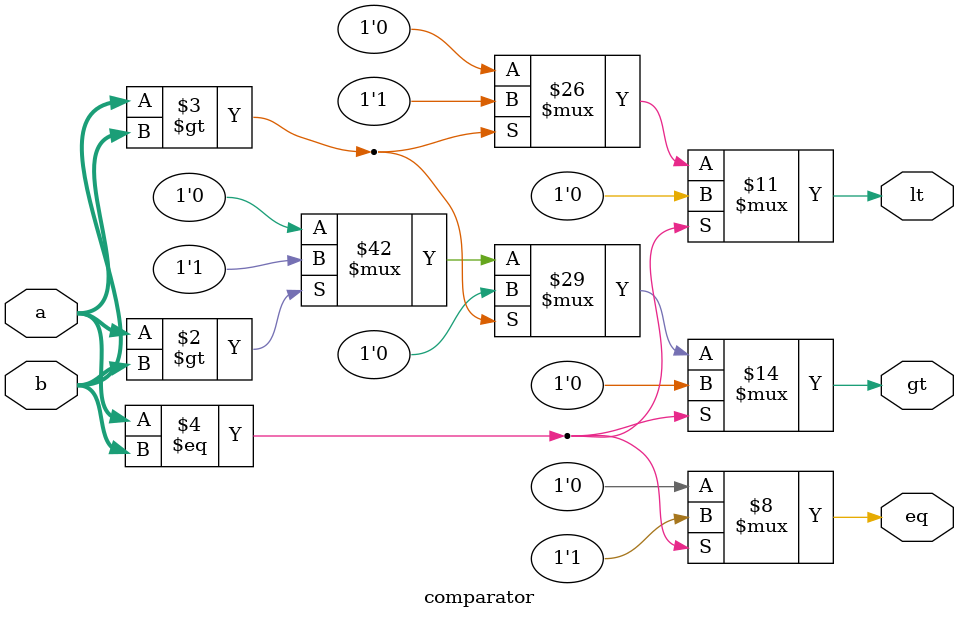
<source format=sv>



module comparator
(
	input wire [15:0] a,
	input wire [15:0] b,
	output reg gt,
	output reg lt,
	output reg eq
);

	reg gte = 1'b0;
	reg lte = 1'b0;
	

	always @ (a, b) begin: COM
			
		gt = 1'b0;
		lt = 1'b0;
		eq = 1'b0;
	
		if ((a > b)) begin
			gte = 1'b1;
			lte = 1'b0;
			gt = 1'b1;
			lt = 1'b0;
			eq = 1'b0;
		end
		
		if ((b > a)) begin
			gte = 1'b0;
			lte = 1'b1;
			gt = 1'b0;
			lt = 1'b1;
			eq = 1'b0;
		end

		if ((a == b)) begin
			gte = 1'b1;
			lte = 1'b1;
			gt = 1'b0;
			lt = 1'b0;
			eq = 1'b1;
		end

		
		
		//if (!(lte == 1'b1)) begin
		//	gt = 1'b1;
		//	lt = 1'b0;
		//	eq = 1'b0;
		//end
		
		//else if (!(gte == 1)) begin
		//	gt = 1'b0;
		//	lt = 1'b1;
		//	eq = 1'b0;
		//end

		//else begin
		//	gt = 1'b0;
		//	lt = 1'b0;
		//	eq = 1'b1;
		//end
end
	
endmodule
</source>
